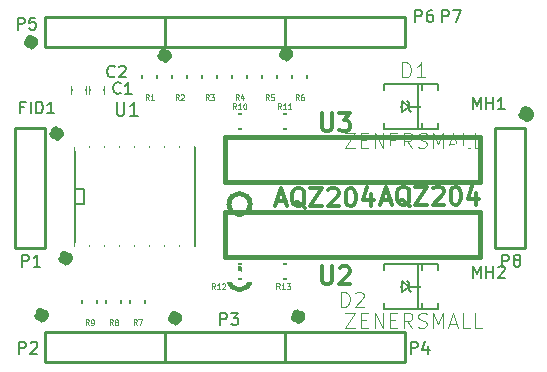
<source format=gto>
G04 #@! TF.FileFunction,Legend,Top*
%FSLAX46Y46*%
G04 Gerber Fmt 4.6, Leading zero omitted, Abs format (unit mm)*
G04 Created by KiCad (PCBNEW (2015-01-16 BZR 5376)-product) date 25/06/2015 00:13:43*
%MOMM*%
G01*
G04 APERTURE LIST*
%ADD10C,0.150000*%
%ADD11C,1.000000*%
%ADD12C,0.127000*%
%ADD13C,0.254000*%
%ADD14C,0.381000*%
%ADD15C,0.203200*%
%ADD16C,0.114300*%
%ADD17C,0.088900*%
%ADD18C,0.304800*%
%ADD19R,1.143000X2.413000*%
%ADD20R,1.143000X1.651000*%
%ADD21R,1.651000X1.143000*%
%ADD22R,2.032000X2.032000*%
%ADD23C,2.032000*%
%ADD24R,2.308860X2.707640*%
%ADD25C,2.506980*%
%ADD26C,3.000000*%
%ADD27R,1.258000X1.708000*%
G04 APERTURE END LIST*
D10*
D11*
X128576605Y-52705000D02*
G75*
G03X128576605Y-52705000I-179605J0D01*
G01*
X108204000Y-47625000D02*
G75*
G03X108204000Y-47625000I-127000J0D01*
G01*
X97917000Y-47752000D02*
G75*
G03X97917000Y-47752000I-127000J0D01*
G01*
X86614000Y-46609000D02*
G75*
G03X86614000Y-46609000I-127000J0D01*
G01*
X88773000Y-54356000D02*
G75*
G03X88773000Y-54356000I-127000J0D01*
G01*
X89535000Y-64897000D02*
G75*
G03X89535000Y-64897000I-127000J0D01*
G01*
X109220000Y-69850000D02*
G75*
G03X109220000Y-69850000I-127000J0D01*
G01*
X98806000Y-69977000D02*
G75*
G03X98806000Y-69977000I-127000J0D01*
G01*
X87503000Y-69723000D02*
G75*
G03X87503000Y-69723000I-127000J0D01*
G01*
D12*
X100330000Y-63881000D02*
X90170000Y-63881000D01*
X90170000Y-63881000D02*
X90170000Y-55499000D01*
X90170000Y-55499000D02*
X100330000Y-55499000D01*
X100330000Y-55499000D02*
X100330000Y-63881000D01*
X90170000Y-59055000D02*
X90932000Y-59055000D01*
X90932000Y-59055000D02*
X90932000Y-60325000D01*
X90932000Y-60325000D02*
X90170000Y-60325000D01*
X106807000Y-65405000D02*
X109093000Y-65405000D01*
X109093000Y-65405000D02*
X109093000Y-66675000D01*
X109093000Y-66675000D02*
X106807000Y-66675000D01*
X106807000Y-66675000D02*
X106807000Y-65405000D01*
X102997000Y-65405000D02*
X105283000Y-65405000D01*
X105283000Y-65405000D02*
X105283000Y-66675000D01*
X105283000Y-66675000D02*
X102997000Y-66675000D01*
X102997000Y-66675000D02*
X102997000Y-65405000D01*
X106807000Y-52705000D02*
X109093000Y-52705000D01*
X109093000Y-52705000D02*
X109093000Y-53975000D01*
X109093000Y-53975000D02*
X106807000Y-53975000D01*
X106807000Y-53975000D02*
X106807000Y-52705000D01*
X102997000Y-52705000D02*
X105283000Y-52705000D01*
X105283000Y-52705000D02*
X105283000Y-53975000D01*
X105283000Y-53975000D02*
X102997000Y-53975000D01*
X102997000Y-53975000D02*
X102997000Y-52705000D01*
X90805000Y-69723000D02*
X90805000Y-67437000D01*
X90805000Y-67437000D02*
X92075000Y-67437000D01*
X92075000Y-67437000D02*
X92075000Y-69723000D01*
X92075000Y-69723000D02*
X90805000Y-69723000D01*
X92837000Y-69723000D02*
X92837000Y-67437000D01*
X92837000Y-67437000D02*
X94107000Y-67437000D01*
X94107000Y-67437000D02*
X94107000Y-69723000D01*
X94107000Y-69723000D02*
X92837000Y-69723000D01*
X94869000Y-69723000D02*
X94869000Y-67437000D01*
X94869000Y-67437000D02*
X96139000Y-67437000D01*
X96139000Y-67437000D02*
X96139000Y-69723000D01*
X96139000Y-69723000D02*
X94869000Y-69723000D01*
X97155000Y-48387000D02*
X97155000Y-50673000D01*
X97155000Y-50673000D02*
X95885000Y-50673000D01*
X95885000Y-50673000D02*
X95885000Y-48387000D01*
X95885000Y-48387000D02*
X97155000Y-48387000D01*
X99695000Y-48387000D02*
X99695000Y-50673000D01*
X99695000Y-50673000D02*
X98425000Y-50673000D01*
X98425000Y-50673000D02*
X98425000Y-48387000D01*
X98425000Y-48387000D02*
X99695000Y-48387000D01*
X102235000Y-48387000D02*
X102235000Y-50673000D01*
X102235000Y-50673000D02*
X100965000Y-50673000D01*
X100965000Y-50673000D02*
X100965000Y-48387000D01*
X100965000Y-48387000D02*
X102235000Y-48387000D01*
X104775000Y-48387000D02*
X104775000Y-50673000D01*
X104775000Y-50673000D02*
X103505000Y-50673000D01*
X103505000Y-50673000D02*
X103505000Y-48387000D01*
X103505000Y-48387000D02*
X104775000Y-48387000D01*
X107315000Y-48387000D02*
X107315000Y-50673000D01*
X107315000Y-50673000D02*
X106045000Y-50673000D01*
X106045000Y-50673000D02*
X106045000Y-48387000D01*
X106045000Y-48387000D02*
X107315000Y-48387000D01*
X109855000Y-48387000D02*
X109855000Y-50673000D01*
X109855000Y-50673000D02*
X108585000Y-50673000D01*
X108585000Y-50673000D02*
X108585000Y-48387000D01*
X108585000Y-48387000D02*
X109855000Y-48387000D01*
D13*
X125730000Y-64008000D02*
X125730000Y-53848000D01*
X128270000Y-64008000D02*
X128270000Y-53848000D01*
X128270000Y-53848000D02*
X125730000Y-53848000D01*
X125730000Y-64008000D02*
X128270000Y-64008000D01*
X118110000Y-46990000D02*
X107950000Y-46990000D01*
X118110000Y-44450000D02*
X107950000Y-44450000D01*
X107950000Y-44450000D02*
X107950000Y-46990000D01*
X118110000Y-46990000D02*
X118110000Y-44450000D01*
X107950000Y-46990000D02*
X97790000Y-46990000D01*
X107950000Y-44450000D02*
X97790000Y-44450000D01*
X97790000Y-44450000D02*
X97790000Y-46990000D01*
X107950000Y-46990000D02*
X107950000Y-44450000D01*
X97790000Y-46990000D02*
X87630000Y-46990000D01*
X97790000Y-44450000D02*
X87630000Y-44450000D01*
X87630000Y-44450000D02*
X87630000Y-46990000D01*
X97790000Y-46990000D02*
X97790000Y-44450000D01*
X118110000Y-73660000D02*
X107950000Y-73660000D01*
X118110000Y-71120000D02*
X107950000Y-71120000D01*
X107950000Y-71120000D02*
X107950000Y-73660000D01*
X118110000Y-73660000D02*
X118110000Y-71120000D01*
X107950000Y-73660000D02*
X97790000Y-73660000D01*
X107950000Y-71120000D02*
X97790000Y-71120000D01*
X97790000Y-71120000D02*
X97790000Y-73660000D01*
X107950000Y-73660000D02*
X107950000Y-71120000D01*
X97790000Y-73660000D02*
X87630000Y-73660000D01*
X97790000Y-71120000D02*
X87630000Y-71120000D01*
X87630000Y-71120000D02*
X87630000Y-73660000D01*
X97790000Y-73660000D02*
X97790000Y-71120000D01*
X85090000Y-64008000D02*
X85090000Y-53848000D01*
X87630000Y-64008000D02*
X87630000Y-53848000D01*
X87630000Y-53848000D02*
X85090000Y-53848000D01*
X85090000Y-64008000D02*
X87630000Y-64008000D01*
D12*
X117856000Y-67310000D02*
X117652800Y-67310000D01*
X116332000Y-65405000D02*
X120904000Y-65405000D01*
X120904000Y-65405000D02*
X120904000Y-66040000D01*
X119278400Y-69215000D02*
X119278400Y-65405000D01*
X119608600Y-69215000D02*
X119608600Y-65405000D01*
X116332000Y-68580000D02*
X116332000Y-69215000D01*
X116332000Y-69215000D02*
X120904000Y-69215000D01*
X120904000Y-69215000D02*
X120904000Y-68580000D01*
X116332000Y-66040000D02*
X116332000Y-65405000D01*
X118491000Y-67310000D02*
X117856000Y-66835020D01*
X117856000Y-66835020D02*
X117856000Y-67310000D01*
X117856000Y-67310000D02*
X117856000Y-67784980D01*
X117856000Y-67784980D02*
X118491000Y-67310000D01*
X118491000Y-67310000D02*
X118491000Y-66992500D01*
X118491000Y-66992500D02*
X118333520Y-66835020D01*
X118491000Y-67310000D02*
X118491000Y-67627500D01*
X118491000Y-67627500D02*
X118648480Y-67784980D01*
X118491000Y-67310000D02*
X119600980Y-67310000D01*
X117856000Y-52070000D02*
X117652800Y-52070000D01*
X116332000Y-50165000D02*
X120904000Y-50165000D01*
X120904000Y-50165000D02*
X120904000Y-50800000D01*
X119278400Y-53975000D02*
X119278400Y-50165000D01*
X119608600Y-53975000D02*
X119608600Y-50165000D01*
X116332000Y-53340000D02*
X116332000Y-53975000D01*
X116332000Y-53975000D02*
X120904000Y-53975000D01*
X120904000Y-53975000D02*
X120904000Y-53340000D01*
X116332000Y-50800000D02*
X116332000Y-50165000D01*
X118491000Y-52070000D02*
X117856000Y-51595020D01*
X117856000Y-51595020D02*
X117856000Y-52070000D01*
X117856000Y-52070000D02*
X117856000Y-52544980D01*
X117856000Y-52544980D02*
X118491000Y-52070000D01*
X118491000Y-52070000D02*
X118491000Y-51752500D01*
X118491000Y-51752500D02*
X118333520Y-51595020D01*
X118491000Y-52070000D02*
X118491000Y-52387500D01*
X118491000Y-52387500D02*
X118648480Y-52544980D01*
X118491000Y-52070000D02*
X119600980Y-52070000D01*
D14*
X105038026Y-60325000D02*
G75*
G03X105038026Y-60325000I-898026J0D01*
G01*
X102870000Y-54610000D02*
X124460000Y-54610000D01*
X124460000Y-54610000D02*
X124460000Y-58420000D01*
X124460000Y-58420000D02*
X102870000Y-58420000D01*
X102870000Y-58420000D02*
X102870000Y-54610000D01*
X105038026Y-66675000D02*
G75*
G03X105038026Y-66675000I-898026J0D01*
G01*
X102870000Y-60960000D02*
X124460000Y-60960000D01*
X124460000Y-60960000D02*
X124460000Y-64770000D01*
X124460000Y-64770000D02*
X102870000Y-64770000D01*
X102870000Y-64770000D02*
X102870000Y-60960000D01*
D10*
X91475000Y-51023000D02*
X91475000Y-50323000D01*
X92675000Y-50323000D02*
X92675000Y-51023000D01*
X89951000Y-51023000D02*
X89951000Y-50323000D01*
X91151000Y-50323000D02*
X91151000Y-51023000D01*
D15*
X93744143Y-51698071D02*
X93744143Y-52623357D01*
X93798571Y-52732214D01*
X93853000Y-52786643D01*
X93961857Y-52841071D01*
X94179571Y-52841071D01*
X94288429Y-52786643D01*
X94342857Y-52732214D01*
X94397286Y-52623357D01*
X94397286Y-51698071D01*
X95540286Y-52841071D02*
X94887143Y-52841071D01*
X95213715Y-52841071D02*
X95213715Y-51698071D01*
X95104858Y-51861357D01*
X94996000Y-51970214D01*
X94887143Y-52024643D01*
D16*
X107529085Y-67539810D02*
X107376685Y-67297905D01*
X107267828Y-67539810D02*
X107267828Y-67031810D01*
X107442000Y-67031810D01*
X107485542Y-67056000D01*
X107507314Y-67080190D01*
X107529085Y-67128571D01*
X107529085Y-67201143D01*
X107507314Y-67249524D01*
X107485542Y-67273714D01*
X107442000Y-67297905D01*
X107267828Y-67297905D01*
X107964514Y-67539810D02*
X107703257Y-67539810D01*
X107833885Y-67539810D02*
X107833885Y-67031810D01*
X107790342Y-67104381D01*
X107746800Y-67152762D01*
X107703257Y-67176952D01*
X108116914Y-67031810D02*
X108399943Y-67031810D01*
X108247543Y-67225333D01*
X108312857Y-67225333D01*
X108356400Y-67249524D01*
X108378171Y-67273714D01*
X108399943Y-67322095D01*
X108399943Y-67443048D01*
X108378171Y-67491429D01*
X108356400Y-67515619D01*
X108312857Y-67539810D01*
X108182229Y-67539810D01*
X108138686Y-67515619D01*
X108116914Y-67491429D01*
X102068085Y-67539810D02*
X101915685Y-67297905D01*
X101806828Y-67539810D02*
X101806828Y-67031810D01*
X101981000Y-67031810D01*
X102024542Y-67056000D01*
X102046314Y-67080190D01*
X102068085Y-67128571D01*
X102068085Y-67201143D01*
X102046314Y-67249524D01*
X102024542Y-67273714D01*
X101981000Y-67297905D01*
X101806828Y-67297905D01*
X102503514Y-67539810D02*
X102242257Y-67539810D01*
X102372885Y-67539810D02*
X102372885Y-67031810D01*
X102329342Y-67104381D01*
X102285800Y-67152762D01*
X102242257Y-67176952D01*
X102677686Y-67080190D02*
X102699457Y-67056000D01*
X102743000Y-67031810D01*
X102851857Y-67031810D01*
X102895400Y-67056000D01*
X102917171Y-67080190D01*
X102938943Y-67128571D01*
X102938943Y-67176952D01*
X102917171Y-67249524D01*
X102655914Y-67539810D01*
X102938943Y-67539810D01*
X107656085Y-52299810D02*
X107503685Y-52057905D01*
X107394828Y-52299810D02*
X107394828Y-51791810D01*
X107569000Y-51791810D01*
X107612542Y-51816000D01*
X107634314Y-51840190D01*
X107656085Y-51888571D01*
X107656085Y-51961143D01*
X107634314Y-52009524D01*
X107612542Y-52033714D01*
X107569000Y-52057905D01*
X107394828Y-52057905D01*
X108091514Y-52299810D02*
X107830257Y-52299810D01*
X107960885Y-52299810D02*
X107960885Y-51791810D01*
X107917342Y-51864381D01*
X107873800Y-51912762D01*
X107830257Y-51936952D01*
X108526943Y-52299810D02*
X108265686Y-52299810D01*
X108396314Y-52299810D02*
X108396314Y-51791810D01*
X108352771Y-51864381D01*
X108309229Y-51912762D01*
X108265686Y-51936952D01*
X103846085Y-52299810D02*
X103693685Y-52057905D01*
X103584828Y-52299810D02*
X103584828Y-51791810D01*
X103759000Y-51791810D01*
X103802542Y-51816000D01*
X103824314Y-51840190D01*
X103846085Y-51888571D01*
X103846085Y-51961143D01*
X103824314Y-52009524D01*
X103802542Y-52033714D01*
X103759000Y-52057905D01*
X103584828Y-52057905D01*
X104281514Y-52299810D02*
X104020257Y-52299810D01*
X104150885Y-52299810D02*
X104150885Y-51791810D01*
X104107342Y-51864381D01*
X104063800Y-51912762D01*
X104020257Y-51936952D01*
X104564543Y-51791810D02*
X104608086Y-51791810D01*
X104651629Y-51816000D01*
X104673400Y-51840190D01*
X104695171Y-51888571D01*
X104716943Y-51985333D01*
X104716943Y-52106286D01*
X104695171Y-52203048D01*
X104673400Y-52251429D01*
X104651629Y-52275619D01*
X104608086Y-52299810D01*
X104564543Y-52299810D01*
X104521000Y-52275619D01*
X104499229Y-52251429D01*
X104477457Y-52203048D01*
X104455686Y-52106286D01*
X104455686Y-51985333D01*
X104477457Y-51888571D01*
X104499229Y-51840190D01*
X104521000Y-51816000D01*
X104564543Y-51791810D01*
X91363800Y-70587810D02*
X91211400Y-70345905D01*
X91102543Y-70587810D02*
X91102543Y-70079810D01*
X91276715Y-70079810D01*
X91320257Y-70104000D01*
X91342029Y-70128190D01*
X91363800Y-70176571D01*
X91363800Y-70249143D01*
X91342029Y-70297524D01*
X91320257Y-70321714D01*
X91276715Y-70345905D01*
X91102543Y-70345905D01*
X91581515Y-70587810D02*
X91668600Y-70587810D01*
X91712143Y-70563619D01*
X91733915Y-70539429D01*
X91777457Y-70466857D01*
X91799229Y-70370095D01*
X91799229Y-70176571D01*
X91777457Y-70128190D01*
X91755686Y-70104000D01*
X91712143Y-70079810D01*
X91625057Y-70079810D01*
X91581515Y-70104000D01*
X91559743Y-70128190D01*
X91537972Y-70176571D01*
X91537972Y-70297524D01*
X91559743Y-70345905D01*
X91581515Y-70370095D01*
X91625057Y-70394286D01*
X91712143Y-70394286D01*
X91755686Y-70370095D01*
X91777457Y-70345905D01*
X91799229Y-70297524D01*
X93395800Y-70587810D02*
X93243400Y-70345905D01*
X93134543Y-70587810D02*
X93134543Y-70079810D01*
X93308715Y-70079810D01*
X93352257Y-70104000D01*
X93374029Y-70128190D01*
X93395800Y-70176571D01*
X93395800Y-70249143D01*
X93374029Y-70297524D01*
X93352257Y-70321714D01*
X93308715Y-70345905D01*
X93134543Y-70345905D01*
X93657057Y-70297524D02*
X93613515Y-70273333D01*
X93591743Y-70249143D01*
X93569972Y-70200762D01*
X93569972Y-70176571D01*
X93591743Y-70128190D01*
X93613515Y-70104000D01*
X93657057Y-70079810D01*
X93744143Y-70079810D01*
X93787686Y-70104000D01*
X93809457Y-70128190D01*
X93831229Y-70176571D01*
X93831229Y-70200762D01*
X93809457Y-70249143D01*
X93787686Y-70273333D01*
X93744143Y-70297524D01*
X93657057Y-70297524D01*
X93613515Y-70321714D01*
X93591743Y-70345905D01*
X93569972Y-70394286D01*
X93569972Y-70491048D01*
X93591743Y-70539429D01*
X93613515Y-70563619D01*
X93657057Y-70587810D01*
X93744143Y-70587810D01*
X93787686Y-70563619D01*
X93809457Y-70539429D01*
X93831229Y-70491048D01*
X93831229Y-70394286D01*
X93809457Y-70345905D01*
X93787686Y-70321714D01*
X93744143Y-70297524D01*
X95427800Y-70587810D02*
X95275400Y-70345905D01*
X95166543Y-70587810D02*
X95166543Y-70079810D01*
X95340715Y-70079810D01*
X95384257Y-70104000D01*
X95406029Y-70128190D01*
X95427800Y-70176571D01*
X95427800Y-70249143D01*
X95406029Y-70297524D01*
X95384257Y-70321714D01*
X95340715Y-70345905D01*
X95166543Y-70345905D01*
X95580200Y-70079810D02*
X95885000Y-70079810D01*
X95689057Y-70587810D01*
X96443800Y-51537810D02*
X96291400Y-51295905D01*
X96182543Y-51537810D02*
X96182543Y-51029810D01*
X96356715Y-51029810D01*
X96400257Y-51054000D01*
X96422029Y-51078190D01*
X96443800Y-51126571D01*
X96443800Y-51199143D01*
X96422029Y-51247524D01*
X96400257Y-51271714D01*
X96356715Y-51295905D01*
X96182543Y-51295905D01*
X96879229Y-51537810D02*
X96617972Y-51537810D01*
X96748600Y-51537810D02*
X96748600Y-51029810D01*
X96705057Y-51102381D01*
X96661515Y-51150762D01*
X96617972Y-51174952D01*
X98983800Y-51537810D02*
X98831400Y-51295905D01*
X98722543Y-51537810D02*
X98722543Y-51029810D01*
X98896715Y-51029810D01*
X98940257Y-51054000D01*
X98962029Y-51078190D01*
X98983800Y-51126571D01*
X98983800Y-51199143D01*
X98962029Y-51247524D01*
X98940257Y-51271714D01*
X98896715Y-51295905D01*
X98722543Y-51295905D01*
X99157972Y-51078190D02*
X99179743Y-51054000D01*
X99223286Y-51029810D01*
X99332143Y-51029810D01*
X99375686Y-51054000D01*
X99397457Y-51078190D01*
X99419229Y-51126571D01*
X99419229Y-51174952D01*
X99397457Y-51247524D01*
X99136200Y-51537810D01*
X99419229Y-51537810D01*
X101523800Y-51537810D02*
X101371400Y-51295905D01*
X101262543Y-51537810D02*
X101262543Y-51029810D01*
X101436715Y-51029810D01*
X101480257Y-51054000D01*
X101502029Y-51078190D01*
X101523800Y-51126571D01*
X101523800Y-51199143D01*
X101502029Y-51247524D01*
X101480257Y-51271714D01*
X101436715Y-51295905D01*
X101262543Y-51295905D01*
X101676200Y-51029810D02*
X101959229Y-51029810D01*
X101806829Y-51223333D01*
X101872143Y-51223333D01*
X101915686Y-51247524D01*
X101937457Y-51271714D01*
X101959229Y-51320095D01*
X101959229Y-51441048D01*
X101937457Y-51489429D01*
X101915686Y-51513619D01*
X101872143Y-51537810D01*
X101741515Y-51537810D01*
X101697972Y-51513619D01*
X101676200Y-51489429D01*
X104063800Y-51537810D02*
X103911400Y-51295905D01*
X103802543Y-51537810D02*
X103802543Y-51029810D01*
X103976715Y-51029810D01*
X104020257Y-51054000D01*
X104042029Y-51078190D01*
X104063800Y-51126571D01*
X104063800Y-51199143D01*
X104042029Y-51247524D01*
X104020257Y-51271714D01*
X103976715Y-51295905D01*
X103802543Y-51295905D01*
X104455686Y-51199143D02*
X104455686Y-51537810D01*
X104346829Y-51005619D02*
X104237972Y-51368476D01*
X104521000Y-51368476D01*
X106603800Y-51537810D02*
X106451400Y-51295905D01*
X106342543Y-51537810D02*
X106342543Y-51029810D01*
X106516715Y-51029810D01*
X106560257Y-51054000D01*
X106582029Y-51078190D01*
X106603800Y-51126571D01*
X106603800Y-51199143D01*
X106582029Y-51247524D01*
X106560257Y-51271714D01*
X106516715Y-51295905D01*
X106342543Y-51295905D01*
X107017457Y-51029810D02*
X106799743Y-51029810D01*
X106777972Y-51271714D01*
X106799743Y-51247524D01*
X106843286Y-51223333D01*
X106952143Y-51223333D01*
X106995686Y-51247524D01*
X107017457Y-51271714D01*
X107039229Y-51320095D01*
X107039229Y-51441048D01*
X107017457Y-51489429D01*
X106995686Y-51513619D01*
X106952143Y-51537810D01*
X106843286Y-51537810D01*
X106799743Y-51513619D01*
X106777972Y-51489429D01*
X109143800Y-51537810D02*
X108991400Y-51295905D01*
X108882543Y-51537810D02*
X108882543Y-51029810D01*
X109056715Y-51029810D01*
X109100257Y-51054000D01*
X109122029Y-51078190D01*
X109143800Y-51126571D01*
X109143800Y-51199143D01*
X109122029Y-51247524D01*
X109100257Y-51271714D01*
X109056715Y-51295905D01*
X108882543Y-51295905D01*
X109535686Y-51029810D02*
X109448600Y-51029810D01*
X109405057Y-51054000D01*
X109383286Y-51078190D01*
X109339743Y-51150762D01*
X109317972Y-51247524D01*
X109317972Y-51441048D01*
X109339743Y-51489429D01*
X109361515Y-51513619D01*
X109405057Y-51537810D01*
X109492143Y-51537810D01*
X109535686Y-51513619D01*
X109557457Y-51489429D01*
X109579229Y-51441048D01*
X109579229Y-51320095D01*
X109557457Y-51271714D01*
X109535686Y-51247524D01*
X109492143Y-51223333D01*
X109405057Y-51223333D01*
X109361515Y-51247524D01*
X109339743Y-51271714D01*
X109317972Y-51320095D01*
D15*
X126377096Y-65610619D02*
X126377096Y-64594619D01*
X126764143Y-64594619D01*
X126860905Y-64643000D01*
X126909286Y-64691381D01*
X126957667Y-64788143D01*
X126957667Y-64933286D01*
X126909286Y-65030048D01*
X126860905Y-65078429D01*
X126764143Y-65126810D01*
X126377096Y-65126810D01*
X127538239Y-65030048D02*
X127441477Y-64981667D01*
X127393096Y-64933286D01*
X127344715Y-64836524D01*
X127344715Y-64788143D01*
X127393096Y-64691381D01*
X127441477Y-64643000D01*
X127538239Y-64594619D01*
X127731762Y-64594619D01*
X127828524Y-64643000D01*
X127876905Y-64691381D01*
X127925286Y-64788143D01*
X127925286Y-64836524D01*
X127876905Y-64933286D01*
X127828524Y-64981667D01*
X127731762Y-65030048D01*
X127538239Y-65030048D01*
X127441477Y-65078429D01*
X127393096Y-65126810D01*
X127344715Y-65223571D01*
X127344715Y-65417095D01*
X127393096Y-65513857D01*
X127441477Y-65562238D01*
X127538239Y-65610619D01*
X127731762Y-65610619D01*
X127828524Y-65562238D01*
X127876905Y-65513857D01*
X127925286Y-65417095D01*
X127925286Y-65223571D01*
X127876905Y-65126810D01*
X127828524Y-65078429D01*
X127731762Y-65030048D01*
X121297096Y-44909619D02*
X121297096Y-43893619D01*
X121684143Y-43893619D01*
X121780905Y-43942000D01*
X121829286Y-43990381D01*
X121877667Y-44087143D01*
X121877667Y-44232286D01*
X121829286Y-44329048D01*
X121780905Y-44377429D01*
X121684143Y-44425810D01*
X121297096Y-44425810D01*
X122216334Y-43893619D02*
X122893667Y-43893619D01*
X122458239Y-44909619D01*
X119011096Y-44909619D02*
X119011096Y-43893619D01*
X119398143Y-43893619D01*
X119494905Y-43942000D01*
X119543286Y-43990381D01*
X119591667Y-44087143D01*
X119591667Y-44232286D01*
X119543286Y-44329048D01*
X119494905Y-44377429D01*
X119398143Y-44425810D01*
X119011096Y-44425810D01*
X120462524Y-43893619D02*
X120269001Y-43893619D01*
X120172239Y-43942000D01*
X120123858Y-43990381D01*
X120027096Y-44135524D01*
X119978715Y-44329048D01*
X119978715Y-44716095D01*
X120027096Y-44812857D01*
X120075477Y-44861238D01*
X120172239Y-44909619D01*
X120365762Y-44909619D01*
X120462524Y-44861238D01*
X120510905Y-44812857D01*
X120559286Y-44716095D01*
X120559286Y-44474190D01*
X120510905Y-44377429D01*
X120462524Y-44329048D01*
X120365762Y-44280667D01*
X120172239Y-44280667D01*
X120075477Y-44329048D01*
X120027096Y-44377429D01*
X119978715Y-44474190D01*
X85356096Y-45544619D02*
X85356096Y-44528619D01*
X85743143Y-44528619D01*
X85839905Y-44577000D01*
X85888286Y-44625381D01*
X85936667Y-44722143D01*
X85936667Y-44867286D01*
X85888286Y-44964048D01*
X85839905Y-45012429D01*
X85743143Y-45060810D01*
X85356096Y-45060810D01*
X86855905Y-44528619D02*
X86372096Y-44528619D01*
X86323715Y-45012429D01*
X86372096Y-44964048D01*
X86468858Y-44915667D01*
X86710762Y-44915667D01*
X86807524Y-44964048D01*
X86855905Y-45012429D01*
X86904286Y-45109190D01*
X86904286Y-45351095D01*
X86855905Y-45447857D01*
X86807524Y-45496238D01*
X86710762Y-45544619D01*
X86468858Y-45544619D01*
X86372096Y-45496238D01*
X86323715Y-45447857D01*
X118630096Y-72976619D02*
X118630096Y-71960619D01*
X119017143Y-71960619D01*
X119113905Y-72009000D01*
X119162286Y-72057381D01*
X119210667Y-72154143D01*
X119210667Y-72299286D01*
X119162286Y-72396048D01*
X119113905Y-72444429D01*
X119017143Y-72492810D01*
X118630096Y-72492810D01*
X120081524Y-72299286D02*
X120081524Y-72976619D01*
X119839620Y-71912238D02*
X119597715Y-72637952D01*
X120226667Y-72637952D01*
X102501096Y-70563619D02*
X102501096Y-69547619D01*
X102888143Y-69547619D01*
X102984905Y-69596000D01*
X103033286Y-69644381D01*
X103081667Y-69741143D01*
X103081667Y-69886286D01*
X103033286Y-69983048D01*
X102984905Y-70031429D01*
X102888143Y-70079810D01*
X102501096Y-70079810D01*
X103420334Y-69547619D02*
X104049286Y-69547619D01*
X103710620Y-69934667D01*
X103855762Y-69934667D01*
X103952524Y-69983048D01*
X104000905Y-70031429D01*
X104049286Y-70128190D01*
X104049286Y-70370095D01*
X104000905Y-70466857D01*
X103952524Y-70515238D01*
X103855762Y-70563619D01*
X103565477Y-70563619D01*
X103468715Y-70515238D01*
X103420334Y-70466857D01*
X85483096Y-72976619D02*
X85483096Y-71960619D01*
X85870143Y-71960619D01*
X85966905Y-72009000D01*
X86015286Y-72057381D01*
X86063667Y-72154143D01*
X86063667Y-72299286D01*
X86015286Y-72396048D01*
X85966905Y-72444429D01*
X85870143Y-72492810D01*
X85483096Y-72492810D01*
X86450715Y-72057381D02*
X86499096Y-72009000D01*
X86595858Y-71960619D01*
X86837762Y-71960619D01*
X86934524Y-72009000D01*
X86982905Y-72057381D01*
X87031286Y-72154143D01*
X87031286Y-72250905D01*
X86982905Y-72396048D01*
X86402334Y-72976619D01*
X87031286Y-72976619D01*
X85737096Y-65610619D02*
X85737096Y-64594619D01*
X86124143Y-64594619D01*
X86220905Y-64643000D01*
X86269286Y-64691381D01*
X86317667Y-64788143D01*
X86317667Y-64933286D01*
X86269286Y-65030048D01*
X86220905Y-65078429D01*
X86124143Y-65126810D01*
X85737096Y-65126810D01*
X87285286Y-65610619D02*
X86704715Y-65610619D01*
X86995001Y-65610619D02*
X86995001Y-64594619D01*
X86898239Y-64739762D01*
X86801477Y-64836524D01*
X86704715Y-64884905D01*
D17*
X112727619Y-69027524D02*
X112727619Y-67757524D01*
X113030000Y-67757524D01*
X113211428Y-67818000D01*
X113332381Y-67938952D01*
X113392857Y-68059905D01*
X113453333Y-68301810D01*
X113453333Y-68483238D01*
X113392857Y-68725143D01*
X113332381Y-68846095D01*
X113211428Y-68967048D01*
X113030000Y-69027524D01*
X112727619Y-69027524D01*
X113937143Y-67878476D02*
X113997619Y-67818000D01*
X114118571Y-67757524D01*
X114420952Y-67757524D01*
X114541905Y-67818000D01*
X114602381Y-67878476D01*
X114662857Y-67999429D01*
X114662857Y-68120381D01*
X114602381Y-68301810D01*
X113876667Y-69027524D01*
X114662857Y-69027524D01*
X113096524Y-69535524D02*
X113943190Y-69535524D01*
X113096524Y-70805524D01*
X113943190Y-70805524D01*
X114427000Y-70140286D02*
X114850333Y-70140286D01*
X115031762Y-70805524D02*
X114427000Y-70805524D01*
X114427000Y-69535524D01*
X115031762Y-69535524D01*
X115576048Y-70805524D02*
X115576048Y-69535524D01*
X116301762Y-70805524D01*
X116301762Y-69535524D01*
X116906524Y-70140286D02*
X117329857Y-70140286D01*
X117511286Y-70805524D02*
X116906524Y-70805524D01*
X116906524Y-69535524D01*
X117511286Y-69535524D01*
X118781286Y-70805524D02*
X118357953Y-70200762D01*
X118055572Y-70805524D02*
X118055572Y-69535524D01*
X118539381Y-69535524D01*
X118660334Y-69596000D01*
X118720810Y-69656476D01*
X118781286Y-69777429D01*
X118781286Y-69958857D01*
X118720810Y-70079810D01*
X118660334Y-70140286D01*
X118539381Y-70200762D01*
X118055572Y-70200762D01*
X119265096Y-70745048D02*
X119446524Y-70805524D01*
X119748905Y-70805524D01*
X119869858Y-70745048D01*
X119930334Y-70684571D01*
X119990810Y-70563619D01*
X119990810Y-70442667D01*
X119930334Y-70321714D01*
X119869858Y-70261238D01*
X119748905Y-70200762D01*
X119507001Y-70140286D01*
X119386048Y-70079810D01*
X119325572Y-70019333D01*
X119265096Y-69898381D01*
X119265096Y-69777429D01*
X119325572Y-69656476D01*
X119386048Y-69596000D01*
X119507001Y-69535524D01*
X119809381Y-69535524D01*
X119990810Y-69596000D01*
X120535096Y-70805524D02*
X120535096Y-69535524D01*
X120958429Y-70442667D01*
X121381763Y-69535524D01*
X121381763Y-70805524D01*
X121926049Y-70442667D02*
X122530811Y-70442667D01*
X121805096Y-70805524D02*
X122228430Y-69535524D01*
X122651763Y-70805524D01*
X123679858Y-70805524D02*
X123075096Y-70805524D01*
X123075096Y-69535524D01*
X124707953Y-70805524D02*
X124103191Y-70805524D01*
X124103191Y-69535524D01*
X117934619Y-49596524D02*
X117934619Y-48326524D01*
X118237000Y-48326524D01*
X118418428Y-48387000D01*
X118539381Y-48507952D01*
X118599857Y-48628905D01*
X118660333Y-48870810D01*
X118660333Y-49052238D01*
X118599857Y-49294143D01*
X118539381Y-49415095D01*
X118418428Y-49536048D01*
X118237000Y-49596524D01*
X117934619Y-49596524D01*
X119869857Y-49596524D02*
X119144143Y-49596524D01*
X119507000Y-49596524D02*
X119507000Y-48326524D01*
X119386048Y-48507952D01*
X119265095Y-48628905D01*
X119144143Y-48689381D01*
X113096524Y-54295524D02*
X113943190Y-54295524D01*
X113096524Y-55565524D01*
X113943190Y-55565524D01*
X114427000Y-54900286D02*
X114850333Y-54900286D01*
X115031762Y-55565524D02*
X114427000Y-55565524D01*
X114427000Y-54295524D01*
X115031762Y-54295524D01*
X115576048Y-55565524D02*
X115576048Y-54295524D01*
X116301762Y-55565524D01*
X116301762Y-54295524D01*
X116906524Y-54900286D02*
X117329857Y-54900286D01*
X117511286Y-55565524D02*
X116906524Y-55565524D01*
X116906524Y-54295524D01*
X117511286Y-54295524D01*
X118781286Y-55565524D02*
X118357953Y-54960762D01*
X118055572Y-55565524D02*
X118055572Y-54295524D01*
X118539381Y-54295524D01*
X118660334Y-54356000D01*
X118720810Y-54416476D01*
X118781286Y-54537429D01*
X118781286Y-54718857D01*
X118720810Y-54839810D01*
X118660334Y-54900286D01*
X118539381Y-54960762D01*
X118055572Y-54960762D01*
X119265096Y-55505048D02*
X119446524Y-55565524D01*
X119748905Y-55565524D01*
X119869858Y-55505048D01*
X119930334Y-55444571D01*
X119990810Y-55323619D01*
X119990810Y-55202667D01*
X119930334Y-55081714D01*
X119869858Y-55021238D01*
X119748905Y-54960762D01*
X119507001Y-54900286D01*
X119386048Y-54839810D01*
X119325572Y-54779333D01*
X119265096Y-54658381D01*
X119265096Y-54537429D01*
X119325572Y-54416476D01*
X119386048Y-54356000D01*
X119507001Y-54295524D01*
X119809381Y-54295524D01*
X119990810Y-54356000D01*
X120535096Y-55565524D02*
X120535096Y-54295524D01*
X120958429Y-55202667D01*
X121381763Y-54295524D01*
X121381763Y-55565524D01*
X121926049Y-55202667D02*
X122530811Y-55202667D01*
X121805096Y-55565524D02*
X122228430Y-54295524D01*
X122651763Y-55565524D01*
X123679858Y-55565524D02*
X123075096Y-55565524D01*
X123075096Y-54295524D01*
X124707953Y-55565524D02*
X124103191Y-55565524D01*
X124103191Y-54295524D01*
D18*
X111106857Y-52632429D02*
X111106857Y-53866143D01*
X111179429Y-54011286D01*
X111252000Y-54083857D01*
X111397143Y-54156429D01*
X111687429Y-54156429D01*
X111832571Y-54083857D01*
X111905143Y-54011286D01*
X111977714Y-53866143D01*
X111977714Y-52632429D01*
X112558285Y-52632429D02*
X113501714Y-52632429D01*
X112993714Y-53213000D01*
X113211428Y-53213000D01*
X113356571Y-53285571D01*
X113429142Y-53358143D01*
X113501714Y-53503286D01*
X113501714Y-53866143D01*
X113429142Y-54011286D01*
X113356571Y-54083857D01*
X113211428Y-54156429D01*
X112776000Y-54156429D01*
X112630857Y-54083857D01*
X112558285Y-54011286D01*
X107315000Y-60071000D02*
X108040714Y-60071000D01*
X107169857Y-60506429D02*
X107677857Y-58982429D01*
X108185857Y-60506429D01*
X109709857Y-60651571D02*
X109564714Y-60579000D01*
X109419571Y-60433857D01*
X109201857Y-60216143D01*
X109056714Y-60143571D01*
X108911571Y-60143571D01*
X108984143Y-60506429D02*
X108839000Y-60433857D01*
X108693857Y-60288714D01*
X108621286Y-59998429D01*
X108621286Y-59490429D01*
X108693857Y-59200143D01*
X108839000Y-59055000D01*
X108984143Y-58982429D01*
X109274429Y-58982429D01*
X109419571Y-59055000D01*
X109564714Y-59200143D01*
X109637286Y-59490429D01*
X109637286Y-59998429D01*
X109564714Y-60288714D01*
X109419571Y-60433857D01*
X109274429Y-60506429D01*
X108984143Y-60506429D01*
X110145285Y-58982429D02*
X111161285Y-58982429D01*
X110145285Y-60506429D01*
X111161285Y-60506429D01*
X111669286Y-59127571D02*
X111741857Y-59055000D01*
X111887000Y-58982429D01*
X112249857Y-58982429D01*
X112395000Y-59055000D01*
X112467571Y-59127571D01*
X112540143Y-59272714D01*
X112540143Y-59417857D01*
X112467571Y-59635571D01*
X111596714Y-60506429D01*
X112540143Y-60506429D01*
X113483572Y-58982429D02*
X113628715Y-58982429D01*
X113773858Y-59055000D01*
X113846429Y-59127571D01*
X113919000Y-59272714D01*
X113991572Y-59563000D01*
X113991572Y-59925857D01*
X113919000Y-60216143D01*
X113846429Y-60361286D01*
X113773858Y-60433857D01*
X113628715Y-60506429D01*
X113483572Y-60506429D01*
X113338429Y-60433857D01*
X113265858Y-60361286D01*
X113193286Y-60216143D01*
X113120715Y-59925857D01*
X113120715Y-59563000D01*
X113193286Y-59272714D01*
X113265858Y-59127571D01*
X113338429Y-59055000D01*
X113483572Y-58982429D01*
X115297858Y-59490429D02*
X115297858Y-60506429D01*
X114935001Y-58909857D02*
X114572144Y-59998429D01*
X115515572Y-59998429D01*
X111106857Y-65586429D02*
X111106857Y-66820143D01*
X111179429Y-66965286D01*
X111252000Y-67037857D01*
X111397143Y-67110429D01*
X111687429Y-67110429D01*
X111832571Y-67037857D01*
X111905143Y-66965286D01*
X111977714Y-66820143D01*
X111977714Y-65586429D01*
X112630857Y-65731571D02*
X112703428Y-65659000D01*
X112848571Y-65586429D01*
X113211428Y-65586429D01*
X113356571Y-65659000D01*
X113429142Y-65731571D01*
X113501714Y-65876714D01*
X113501714Y-66021857D01*
X113429142Y-66239571D01*
X112558285Y-67110429D01*
X113501714Y-67110429D01*
X116205000Y-59944000D02*
X116930714Y-59944000D01*
X116059857Y-60379429D02*
X116567857Y-58855429D01*
X117075857Y-60379429D01*
X118599857Y-60524571D02*
X118454714Y-60452000D01*
X118309571Y-60306857D01*
X118091857Y-60089143D01*
X117946714Y-60016571D01*
X117801571Y-60016571D01*
X117874143Y-60379429D02*
X117729000Y-60306857D01*
X117583857Y-60161714D01*
X117511286Y-59871429D01*
X117511286Y-59363429D01*
X117583857Y-59073143D01*
X117729000Y-58928000D01*
X117874143Y-58855429D01*
X118164429Y-58855429D01*
X118309571Y-58928000D01*
X118454714Y-59073143D01*
X118527286Y-59363429D01*
X118527286Y-59871429D01*
X118454714Y-60161714D01*
X118309571Y-60306857D01*
X118164429Y-60379429D01*
X117874143Y-60379429D01*
X119035285Y-58855429D02*
X120051285Y-58855429D01*
X119035285Y-60379429D01*
X120051285Y-60379429D01*
X120559286Y-59000571D02*
X120631857Y-58928000D01*
X120777000Y-58855429D01*
X121139857Y-58855429D01*
X121285000Y-58928000D01*
X121357571Y-59000571D01*
X121430143Y-59145714D01*
X121430143Y-59290857D01*
X121357571Y-59508571D01*
X120486714Y-60379429D01*
X121430143Y-60379429D01*
X122373572Y-58855429D02*
X122518715Y-58855429D01*
X122663858Y-58928000D01*
X122736429Y-59000571D01*
X122809000Y-59145714D01*
X122881572Y-59436000D01*
X122881572Y-59798857D01*
X122809000Y-60089143D01*
X122736429Y-60234286D01*
X122663858Y-60306857D01*
X122518715Y-60379429D01*
X122373572Y-60379429D01*
X122228429Y-60306857D01*
X122155858Y-60234286D01*
X122083286Y-60089143D01*
X122010715Y-59798857D01*
X122010715Y-59436000D01*
X122083286Y-59145714D01*
X122155858Y-59000571D01*
X122228429Y-58928000D01*
X122373572Y-58855429D01*
X124187858Y-59363429D02*
X124187858Y-60379429D01*
X123825001Y-58782857D02*
X123462144Y-59871429D01*
X124405572Y-59871429D01*
D10*
X85923572Y-52125571D02*
X85590238Y-52125571D01*
X85590238Y-52649381D02*
X85590238Y-51649381D01*
X86066429Y-51649381D01*
X86447381Y-52649381D02*
X86447381Y-51649381D01*
X86923571Y-52649381D02*
X86923571Y-51649381D01*
X87161666Y-51649381D01*
X87304524Y-51697000D01*
X87399762Y-51792238D01*
X87447381Y-51887476D01*
X87495000Y-52077952D01*
X87495000Y-52220810D01*
X87447381Y-52411286D01*
X87399762Y-52506524D01*
X87304524Y-52601762D01*
X87161666Y-52649381D01*
X86923571Y-52649381D01*
X88447381Y-52649381D02*
X87875952Y-52649381D01*
X88161666Y-52649381D02*
X88161666Y-51649381D01*
X88066428Y-51792238D01*
X87971190Y-51887476D01*
X87875952Y-51935095D01*
X123888667Y-52268381D02*
X123888667Y-51268381D01*
X124222001Y-51982667D01*
X124555334Y-51268381D01*
X124555334Y-52268381D01*
X125031524Y-52268381D02*
X125031524Y-51268381D01*
X125031524Y-51744571D02*
X125602953Y-51744571D01*
X125602953Y-52268381D02*
X125602953Y-51268381D01*
X126602953Y-52268381D02*
X126031524Y-52268381D01*
X126317238Y-52268381D02*
X126317238Y-51268381D01*
X126222000Y-51411238D01*
X126126762Y-51506476D01*
X126031524Y-51554095D01*
X123888667Y-66563501D02*
X123888667Y-65563501D01*
X124222001Y-66277787D01*
X124555334Y-65563501D01*
X124555334Y-66563501D01*
X125031524Y-66563501D02*
X125031524Y-65563501D01*
X125031524Y-66039691D02*
X125602953Y-66039691D01*
X125602953Y-66563501D02*
X125602953Y-65563501D01*
X126031524Y-65658739D02*
X126079143Y-65611120D01*
X126174381Y-65563501D01*
X126412477Y-65563501D01*
X126507715Y-65611120D01*
X126555334Y-65658739D01*
X126602953Y-65753977D01*
X126602953Y-65849215D01*
X126555334Y-65992072D01*
X125983905Y-66563501D01*
X126602953Y-66563501D01*
X94067334Y-50903143D02*
X94019715Y-50950762D01*
X93876858Y-50998381D01*
X93781620Y-50998381D01*
X93638762Y-50950762D01*
X93543524Y-50855524D01*
X93495905Y-50760286D01*
X93448286Y-50569810D01*
X93448286Y-50426952D01*
X93495905Y-50236476D01*
X93543524Y-50141238D01*
X93638762Y-50046000D01*
X93781620Y-49998381D01*
X93876858Y-49998381D01*
X94019715Y-50046000D01*
X94067334Y-50093619D01*
X95019715Y-50998381D02*
X94448286Y-50998381D01*
X94734000Y-50998381D02*
X94734000Y-49998381D01*
X94638762Y-50141238D01*
X94543524Y-50236476D01*
X94448286Y-50284095D01*
X93559334Y-49506143D02*
X93511715Y-49553762D01*
X93368858Y-49601381D01*
X93273620Y-49601381D01*
X93130762Y-49553762D01*
X93035524Y-49458524D01*
X92987905Y-49363286D01*
X92940286Y-49172810D01*
X92940286Y-49029952D01*
X92987905Y-48839476D01*
X93035524Y-48744238D01*
X93130762Y-48649000D01*
X93273620Y-48601381D01*
X93368858Y-48601381D01*
X93511715Y-48649000D01*
X93559334Y-48696619D01*
X93940286Y-48696619D02*
X93987905Y-48649000D01*
X94083143Y-48601381D01*
X94321239Y-48601381D01*
X94416477Y-48649000D01*
X94464096Y-48696619D01*
X94511715Y-48791857D01*
X94511715Y-48887095D01*
X94464096Y-49029952D01*
X93892667Y-49601381D01*
X94511715Y-49601381D01*
%LPC*%
D19*
X90805000Y-64770000D03*
X92075000Y-64770000D03*
X93345000Y-64770000D03*
X94615000Y-64770000D03*
X95885000Y-64770000D03*
X97155000Y-64770000D03*
X98425000Y-64770000D03*
X99695000Y-64770000D03*
X99695000Y-54610000D03*
X98425000Y-54610000D03*
X97155000Y-54610000D03*
X95885000Y-54610000D03*
X94615000Y-54610000D03*
X93345000Y-54610000D03*
X92075000Y-54610000D03*
X90805000Y-54610000D03*
D20*
X107188000Y-66040000D03*
X108712000Y-66040000D03*
X103378000Y-66040000D03*
X104902000Y-66040000D03*
X107188000Y-53340000D03*
X108712000Y-53340000D03*
X103378000Y-53340000D03*
X104902000Y-53340000D03*
D21*
X91440000Y-69342000D03*
X91440000Y-67818000D03*
X93472000Y-69342000D03*
X93472000Y-67818000D03*
X95504000Y-69342000D03*
X95504000Y-67818000D03*
X96520000Y-48768000D03*
X96520000Y-50292000D03*
X99060000Y-48768000D03*
X99060000Y-50292000D03*
X101600000Y-48768000D03*
X101600000Y-50292000D03*
X104140000Y-48768000D03*
X104140000Y-50292000D03*
X106680000Y-48768000D03*
X106680000Y-50292000D03*
X109220000Y-48768000D03*
X109220000Y-50292000D03*
D22*
X127000000Y-55118000D03*
D23*
X127000000Y-57658000D03*
X127000000Y-60198000D03*
X127000000Y-62738000D03*
D22*
X109220000Y-45720000D03*
D23*
X111760000Y-45720000D03*
X114300000Y-45720000D03*
X116840000Y-45720000D03*
D22*
X99060000Y-45720000D03*
D23*
X101600000Y-45720000D03*
X104140000Y-45720000D03*
X106680000Y-45720000D03*
D22*
X88900000Y-45720000D03*
D23*
X91440000Y-45720000D03*
X93980000Y-45720000D03*
X96520000Y-45720000D03*
D22*
X109220000Y-72390000D03*
D23*
X111760000Y-72390000D03*
X114300000Y-72390000D03*
X116840000Y-72390000D03*
D22*
X99060000Y-72390000D03*
D23*
X101600000Y-72390000D03*
X104140000Y-72390000D03*
X106680000Y-72390000D03*
D22*
X88900000Y-72390000D03*
D23*
X91440000Y-72390000D03*
X93980000Y-72390000D03*
X96520000Y-72390000D03*
D22*
X86360000Y-55118000D03*
D23*
X86360000Y-57658000D03*
X86360000Y-60198000D03*
X86360000Y-62738000D03*
D24*
X116611400Y-67310000D03*
X120624600Y-67310000D03*
X116611400Y-52070000D03*
X120624600Y-52070000D03*
D25*
X104775000Y-56515000D03*
X107315000Y-56515000D03*
X117475000Y-56515000D03*
X122555000Y-56515000D03*
X104775000Y-62865000D03*
X107315000Y-62865000D03*
X117475000Y-62865000D03*
X122555000Y-62865000D03*
D26*
X86868000Y-49530000D03*
D27*
X92075000Y-51623000D03*
X92075000Y-49723000D03*
X90551000Y-51623000D03*
X90551000Y-49723000D03*
M02*

</source>
